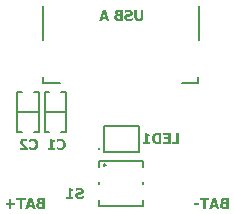
<source format=gbo>
G04*
G04 #@! TF.GenerationSoftware,Altium Limited,Altium Designer,19.1.8 (144)*
G04*
G04 Layer_Color=65535*
%FSLAX25Y25*%
%MOIN*%
G70*
G01*
G75*
%ADD11C,0.00787*%
%ADD12C,0.00591*%
%ADD45C,0.01000*%
%ADD46C,0.00600*%
G36*
X67335Y16319D02*
X65725D01*
Y16989D01*
X67335D01*
Y16319D01*
D02*
G37*
G36*
X77080Y15059D02*
X75635D01*
X75500Y15064D01*
X75380Y15069D01*
X75275Y15079D01*
X75185Y15094D01*
X75110Y15104D01*
X75085Y15109D01*
X75060Y15114D01*
X75040Y15119D01*
X75025D01*
X75020Y15124D01*
X75015D01*
X74925Y15154D01*
X74840Y15189D01*
X74765Y15229D01*
X74700Y15264D01*
X74645Y15299D01*
X74605Y15329D01*
X74580Y15349D01*
X74570Y15354D01*
X74510Y15404D01*
X74455Y15459D01*
X74405Y15519D01*
X74365Y15569D01*
X74335Y15619D01*
X74315Y15654D01*
X74300Y15679D01*
X74295Y15689D01*
X74260Y15769D01*
X74235Y15849D01*
X74215Y15929D01*
X74205Y16004D01*
X74195Y16069D01*
X74190Y16119D01*
Y16139D01*
Y16154D01*
Y16159D01*
Y16164D01*
X74200Y16294D01*
X74220Y16409D01*
X74255Y16509D01*
X74290Y16589D01*
X74330Y16659D01*
X74365Y16704D01*
X74385Y16734D01*
X74395Y16744D01*
X74475Y16819D01*
X74565Y16884D01*
X74650Y16934D01*
X74735Y16974D01*
X74815Y16999D01*
X74845Y17009D01*
X74875Y17019D01*
X74900Y17024D01*
X74915Y17029D01*
X74925Y17034D01*
X74930D01*
Y17054D01*
X74845Y17094D01*
X74775Y17144D01*
X74710Y17194D01*
X74660Y17244D01*
X74620Y17289D01*
X74590Y17324D01*
X74570Y17349D01*
X74565Y17359D01*
X74520Y17439D01*
X74485Y17519D01*
X74465Y17599D01*
X74445Y17669D01*
X74435Y17734D01*
X74430Y17784D01*
Y17804D01*
Y17819D01*
Y17824D01*
Y17829D01*
X74435Y17914D01*
X74445Y17989D01*
X74460Y18059D01*
X74480Y18119D01*
X74500Y18169D01*
X74515Y18204D01*
X74525Y18224D01*
X74530Y18234D01*
X74570Y18294D01*
X74615Y18354D01*
X74665Y18399D01*
X74710Y18439D01*
X74755Y18474D01*
X74790Y18494D01*
X74810Y18509D01*
X74820Y18514D01*
X74890Y18549D01*
X74955Y18574D01*
X75020Y18594D01*
X75080Y18614D01*
X75130Y18624D01*
X75170Y18634D01*
X75195Y18639D01*
X75205D01*
X75290Y18649D01*
X75385Y18659D01*
X75485Y18664D01*
X75580Y18669D01*
X75670Y18674D01*
X77080D01*
Y15059D01*
D02*
G37*
G36*
X74060D02*
X73155D01*
X72930Y15794D01*
X71790D01*
X71565Y15059D01*
X70630D01*
X71855Y18674D01*
X72840D01*
X74060Y15059D01*
D02*
G37*
G36*
X70645Y17984D02*
X69575D01*
Y15059D01*
X68665D01*
Y17984D01*
X67595D01*
Y18674D01*
X70645D01*
Y17984D01*
D02*
G37*
G36*
X4651Y16964D02*
X5892D01*
Y16339D01*
X4651D01*
Y15099D01*
X4011D01*
Y16339D01*
X2771D01*
Y16964D01*
X4011D01*
Y18204D01*
X4651D01*
Y16964D01*
D02*
G37*
G36*
X15846Y15059D02*
X14401D01*
X14266Y15064D01*
X14146Y15069D01*
X14041Y15079D01*
X13951Y15094D01*
X13877Y15104D01*
X13851Y15109D01*
X13826Y15114D01*
X13806Y15119D01*
X13792D01*
X13787Y15124D01*
X13781D01*
X13691Y15154D01*
X13607Y15189D01*
X13532Y15229D01*
X13466Y15264D01*
X13411Y15299D01*
X13372Y15329D01*
X13347Y15349D01*
X13337Y15354D01*
X13276Y15404D01*
X13221Y15459D01*
X13171Y15519D01*
X13131Y15569D01*
X13102Y15619D01*
X13081Y15654D01*
X13067Y15679D01*
X13061Y15689D01*
X13026Y15769D01*
X13002Y15849D01*
X12981Y15929D01*
X12971Y16004D01*
X12961Y16069D01*
X12957Y16119D01*
Y16139D01*
Y16154D01*
Y16159D01*
Y16164D01*
X12967Y16294D01*
X12987Y16409D01*
X13022Y16509D01*
X13057Y16589D01*
X13096Y16659D01*
X13131Y16704D01*
X13151Y16734D01*
X13161Y16744D01*
X13241Y16819D01*
X13331Y16884D01*
X13417Y16934D01*
X13501Y16974D01*
X13581Y16999D01*
X13611Y17009D01*
X13642Y17019D01*
X13667Y17024D01*
X13681Y17029D01*
X13691Y17034D01*
X13697D01*
Y17054D01*
X13611Y17094D01*
X13542Y17144D01*
X13476Y17194D01*
X13427Y17244D01*
X13386Y17289D01*
X13356Y17324D01*
X13337Y17349D01*
X13331Y17359D01*
X13286Y17439D01*
X13251Y17519D01*
X13231Y17599D01*
X13212Y17669D01*
X13202Y17734D01*
X13196Y17784D01*
Y17804D01*
Y17819D01*
Y17824D01*
Y17829D01*
X13202Y17914D01*
X13212Y17989D01*
X13227Y18059D01*
X13247Y18119D01*
X13266Y18169D01*
X13282Y18204D01*
X13292Y18224D01*
X13296Y18234D01*
X13337Y18294D01*
X13382Y18354D01*
X13431Y18399D01*
X13476Y18439D01*
X13521Y18474D01*
X13556Y18494D01*
X13577Y18509D01*
X13587Y18514D01*
X13656Y18549D01*
X13722Y18574D01*
X13787Y18594D01*
X13847Y18614D01*
X13896Y18624D01*
X13937Y18634D01*
X13961Y18639D01*
X13972D01*
X14056Y18649D01*
X14152Y18659D01*
X14252Y18664D01*
X14346Y18669D01*
X14436Y18674D01*
X15846D01*
Y15059D01*
D02*
G37*
G36*
X12826D02*
X11921D01*
X11697Y15794D01*
X10556D01*
X10332Y15059D01*
X9397D01*
X10622Y18674D01*
X11607D01*
X12826Y15059D01*
D02*
G37*
G36*
X9411Y17984D02*
X8342D01*
Y15059D01*
X7431D01*
Y17984D01*
X6362D01*
Y18674D01*
X9411D01*
Y17984D01*
D02*
G37*
G36*
X48739Y79061D02*
X48734Y78936D01*
X48724Y78821D01*
X48704Y78716D01*
X48679Y78611D01*
X48649Y78521D01*
X48614Y78436D01*
X48579Y78361D01*
X48544Y78291D01*
X48509Y78231D01*
X48474Y78176D01*
X48439Y78131D01*
X48409Y78096D01*
X48384Y78066D01*
X48364Y78046D01*
X48354Y78036D01*
X48349Y78031D01*
X48274Y77971D01*
X48189Y77916D01*
X48099Y77871D01*
X48009Y77831D01*
X47919Y77796D01*
X47824Y77766D01*
X47734Y77741D01*
X47644Y77726D01*
X47559Y77711D01*
X47484Y77701D01*
X47414Y77691D01*
X47354Y77686D01*
X47304Y77681D01*
X47234D01*
X47099Y77686D01*
X46969Y77696D01*
X46849Y77716D01*
X46739Y77736D01*
X46639Y77761D01*
X46549Y77791D01*
X46464Y77826D01*
X46389Y77861D01*
X46319Y77891D01*
X46264Y77926D01*
X46214Y77956D01*
X46174Y77981D01*
X46144Y78001D01*
X46124Y78021D01*
X46109Y78031D01*
X46104Y78036D01*
X46034Y78106D01*
X45979Y78186D01*
X45924Y78266D01*
X45879Y78346D01*
X45844Y78431D01*
X45814Y78521D01*
X45789Y78601D01*
X45769Y78686D01*
X45749Y78761D01*
X45739Y78831D01*
X45729Y78896D01*
X45724Y78951D01*
X45719Y78996D01*
Y79031D01*
Y79056D01*
Y79061D01*
Y81371D01*
X46629D01*
Y79116D01*
Y79046D01*
X46634Y78976D01*
X46644Y78916D01*
X46654Y78861D01*
X46674Y78761D01*
X46704Y78681D01*
X46729Y78621D01*
X46754Y78581D01*
X46774Y78556D01*
X46779Y78546D01*
X46839Y78486D01*
X46909Y78446D01*
X46989Y78416D01*
X47059Y78391D01*
X47129Y78381D01*
X47184Y78376D01*
X47204Y78371D01*
X47234D01*
X47344Y78381D01*
X47439Y78401D01*
X47514Y78426D01*
X47579Y78461D01*
X47629Y78496D01*
X47664Y78521D01*
X47684Y78541D01*
X47689Y78551D01*
X47734Y78631D01*
X47769Y78716D01*
X47794Y78811D01*
X47809Y78901D01*
X47819Y78986D01*
X47824Y79021D01*
X47829Y79056D01*
Y79081D01*
Y79101D01*
Y79111D01*
Y79116D01*
Y81371D01*
X48739D01*
Y79061D01*
D02*
G37*
G36*
X41869Y77756D02*
X40424D01*
X40289Y77761D01*
X40169Y77766D01*
X40064Y77776D01*
X39974Y77791D01*
X39899Y77801D01*
X39874Y77806D01*
X39849Y77811D01*
X39829Y77816D01*
X39814D01*
X39809Y77821D01*
X39804D01*
X39714Y77851D01*
X39629Y77886D01*
X39554Y77926D01*
X39489Y77961D01*
X39434Y77996D01*
X39394Y78026D01*
X39369Y78046D01*
X39359Y78051D01*
X39299Y78101D01*
X39244Y78156D01*
X39194Y78216D01*
X39154Y78266D01*
X39124Y78316D01*
X39104Y78351D01*
X39089Y78376D01*
X39084Y78386D01*
X39049Y78466D01*
X39024Y78546D01*
X39004Y78626D01*
X38994Y78701D01*
X38984Y78766D01*
X38979Y78816D01*
Y78836D01*
Y78851D01*
Y78856D01*
Y78861D01*
X38989Y78991D01*
X39009Y79106D01*
X39044Y79206D01*
X39079Y79286D01*
X39119Y79356D01*
X39154Y79401D01*
X39174Y79431D01*
X39184Y79441D01*
X39264Y79516D01*
X39354Y79581D01*
X39439Y79631D01*
X39524Y79671D01*
X39604Y79696D01*
X39634Y79706D01*
X39664Y79716D01*
X39689Y79721D01*
X39704Y79726D01*
X39714Y79731D01*
X39719D01*
Y79751D01*
X39634Y79791D01*
X39564Y79841D01*
X39499Y79891D01*
X39449Y79941D01*
X39409Y79986D01*
X39379Y80021D01*
X39359Y80046D01*
X39354Y80056D01*
X39309Y80136D01*
X39274Y80216D01*
X39254Y80296D01*
X39234Y80366D01*
X39224Y80431D01*
X39219Y80481D01*
Y80501D01*
Y80516D01*
Y80521D01*
Y80526D01*
X39224Y80611D01*
X39234Y80686D01*
X39249Y80756D01*
X39269Y80816D01*
X39289Y80866D01*
X39304Y80901D01*
X39314Y80921D01*
X39319Y80931D01*
X39359Y80991D01*
X39404Y81051D01*
X39454Y81096D01*
X39499Y81136D01*
X39544Y81171D01*
X39579Y81191D01*
X39599Y81206D01*
X39609Y81211D01*
X39679Y81246D01*
X39744Y81271D01*
X39809Y81291D01*
X39869Y81311D01*
X39919Y81321D01*
X39959Y81331D01*
X39984Y81336D01*
X39994D01*
X40079Y81346D01*
X40174Y81356D01*
X40274Y81361D01*
X40369Y81366D01*
X40459Y81371D01*
X41869D01*
Y77756D01*
D02*
G37*
G36*
X37394D02*
X36489D01*
X36264Y78491D01*
X35124D01*
X34899Y77756D01*
X33964D01*
X35189Y81371D01*
X36174D01*
X37394Y77756D01*
D02*
G37*
G36*
X43814Y81431D02*
X43924Y81421D01*
X44034Y81406D01*
X44134Y81386D01*
X44229Y81361D01*
X44319Y81336D01*
X44399Y81306D01*
X44474Y81281D01*
X44539Y81251D01*
X44599Y81221D01*
X44649Y81196D01*
X44694Y81171D01*
X44724Y81151D01*
X44749Y81136D01*
X44764Y81126D01*
X44769Y81121D01*
X44844Y81061D01*
X44909Y80996D01*
X44964Y80926D01*
X45014Y80861D01*
X45054Y80791D01*
X45089Y80721D01*
X45119Y80656D01*
X45139Y80591D01*
X45159Y80531D01*
X45169Y80476D01*
X45179Y80426D01*
X45189Y80381D01*
Y80346D01*
X45194Y80321D01*
Y80301D01*
Y80296D01*
X45184Y80161D01*
X45164Y80041D01*
X45139Y79936D01*
X45104Y79841D01*
X45069Y79771D01*
X45054Y79741D01*
X45044Y79716D01*
X45029Y79696D01*
X45024Y79681D01*
X45014Y79676D01*
Y79671D01*
X44979Y79626D01*
X44934Y79581D01*
X44844Y79501D01*
X44744Y79436D01*
X44644Y79376D01*
X44554Y79331D01*
X44514Y79316D01*
X44479Y79301D01*
X44449Y79286D01*
X44429Y79276D01*
X44414Y79271D01*
X44409D01*
X44274Y79231D01*
X44204Y79211D01*
X44144Y79196D01*
X44094Y79186D01*
X44054Y79176D01*
X44029Y79166D01*
X44019D01*
X43944Y79151D01*
X43869Y79131D01*
X43804Y79116D01*
X43744Y79106D01*
X43694Y79091D01*
X43654Y79086D01*
X43634Y79076D01*
X43624D01*
X43569Y79061D01*
X43519Y79041D01*
X43479Y79021D01*
X43439Y79001D01*
X43409Y78981D01*
X43389Y78966D01*
X43374Y78956D01*
X43369Y78951D01*
X43334Y78916D01*
X43304Y78881D01*
X43284Y78846D01*
X43274Y78811D01*
X43264Y78776D01*
X43259Y78756D01*
Y78736D01*
Y78731D01*
X43264Y78686D01*
X43269Y78646D01*
X43279Y78611D01*
X43294Y78586D01*
X43309Y78561D01*
X43319Y78546D01*
X43324Y78536D01*
X43329Y78531D01*
X43379Y78486D01*
X43434Y78451D01*
X43454Y78436D01*
X43474Y78431D01*
X43484Y78421D01*
X43489D01*
X43519Y78406D01*
X43554Y78396D01*
X43619Y78381D01*
X43649Y78371D01*
X43674D01*
X43689Y78366D01*
X43694D01*
X43739Y78361D01*
X43779Y78356D01*
X43814D01*
X43844Y78351D01*
X43899D01*
X44014Y78356D01*
X44129Y78371D01*
X44234Y78391D01*
X44329Y78411D01*
X44414Y78431D01*
X44449Y78441D01*
X44479Y78451D01*
X44499Y78461D01*
X44519Y78466D01*
X44529Y78471D01*
X44534D01*
X44654Y78521D01*
X44769Y78581D01*
X44869Y78641D01*
X44959Y78696D01*
X45029Y78751D01*
X45059Y78771D01*
X45084Y78791D01*
X45109Y78811D01*
X45124Y78821D01*
X45129Y78826D01*
X45134Y78831D01*
X45214D01*
Y77966D01*
X45009Y77886D01*
X44914Y77856D01*
X44824Y77826D01*
X44749Y77801D01*
X44714Y77791D01*
X44689Y77786D01*
X44664Y77781D01*
X44649Y77776D01*
X44639Y77771D01*
X44634D01*
X44514Y77746D01*
X44389Y77726D01*
X44264Y77711D01*
X44149Y77701D01*
X44099Y77696D01*
X44009D01*
X43974Y77691D01*
X43904D01*
X43774Y77696D01*
X43649Y77706D01*
X43529Y77721D01*
X43419Y77741D01*
X43319Y77766D01*
X43224Y77796D01*
X43139Y77821D01*
X43059Y77856D01*
X42994Y77886D01*
X42929Y77911D01*
X42879Y77941D01*
X42834Y77966D01*
X42804Y77986D01*
X42779Y78001D01*
X42764Y78011D01*
X42759Y78016D01*
X42684Y78081D01*
X42619Y78146D01*
X42564Y78221D01*
X42514Y78291D01*
X42474Y78361D01*
X42439Y78436D01*
X42409Y78506D01*
X42389Y78571D01*
X42369Y78636D01*
X42354Y78696D01*
X42349Y78746D01*
X42339Y78791D01*
Y78831D01*
X42334Y78856D01*
Y78876D01*
Y78881D01*
X42344Y79016D01*
X42364Y79136D01*
X42394Y79241D01*
X42424Y79326D01*
X42459Y79396D01*
X42489Y79446D01*
X42504Y79461D01*
X42509Y79476D01*
X42519Y79486D01*
X42594Y79566D01*
X42684Y79641D01*
X42779Y79706D01*
X42869Y79756D01*
X42949Y79801D01*
X42984Y79816D01*
X43019Y79831D01*
X43044Y79841D01*
X43064Y79851D01*
X43074Y79856D01*
X43079D01*
X43149Y79881D01*
X43219Y79901D01*
X43279Y79916D01*
X43334Y79931D01*
X43379Y79946D01*
X43414Y79956D01*
X43434Y79961D01*
X43444D01*
X43569Y79991D01*
X43629Y80006D01*
X43679Y80016D01*
X43729Y80026D01*
X43764Y80036D01*
X43784Y80041D01*
X43794D01*
X43889Y80066D01*
X43969Y80091D01*
X44039Y80116D01*
X44089Y80136D01*
X44129Y80156D01*
X44154Y80171D01*
X44169Y80181D01*
X44174Y80186D01*
X44204Y80221D01*
X44229Y80256D01*
X44244Y80291D01*
X44259Y80326D01*
X44264Y80361D01*
X44269Y80386D01*
Y80401D01*
Y80406D01*
X44264Y80441D01*
X44259Y80471D01*
X44239Y80526D01*
X44229Y80546D01*
X44219Y80561D01*
X44209Y80571D01*
Y80576D01*
X44159Y80626D01*
X44114Y80661D01*
X44094Y80676D01*
X44079Y80686D01*
X44069Y80691D01*
X44064D01*
X43989Y80721D01*
X43924Y80741D01*
X43899Y80751D01*
X43879D01*
X43869Y80756D01*
X43864D01*
X43789Y80766D01*
X43719Y80776D01*
X43649D01*
X43534Y80771D01*
X43429Y80756D01*
X43329Y80736D01*
X43239Y80716D01*
X43164Y80696D01*
X43129Y80686D01*
X43104Y80676D01*
X43084Y80666D01*
X43069Y80661D01*
X43059Y80656D01*
X43054D01*
X42949Y80611D01*
X42854Y80561D01*
X42769Y80511D01*
X42699Y80466D01*
X42644Y80426D01*
X42599Y80396D01*
X42574Y80376D01*
X42564Y80366D01*
X42479D01*
Y81191D01*
X42579Y81231D01*
X42674Y81266D01*
X42774Y81296D01*
X42864Y81321D01*
X42939Y81341D01*
X42974Y81346D01*
X42999Y81356D01*
X43024Y81361D01*
X43039D01*
X43049Y81366D01*
X43054D01*
X43174Y81391D01*
X43289Y81406D01*
X43399Y81421D01*
X43494Y81426D01*
X43574Y81431D01*
X43609Y81436D01*
X43694D01*
X43814Y81431D01*
D02*
G37*
G36*
X24545Y21979D02*
X24555Y21934D01*
X24565Y21889D01*
X24575Y21854D01*
X24590Y21824D01*
X24600Y21804D01*
X24605Y21789D01*
X24610Y21784D01*
X24665Y21719D01*
X24725Y21669D01*
X24750Y21654D01*
X24770Y21639D01*
X24785Y21634D01*
X24790Y21629D01*
X24830Y21614D01*
X24875Y21599D01*
X24960Y21574D01*
X24995Y21569D01*
X25025Y21564D01*
X25050Y21559D01*
X25055D01*
X25175Y21549D01*
X25230Y21544D01*
X25280D01*
X25325Y21539D01*
X25385D01*
Y20949D01*
X24625D01*
Y19039D01*
X25385D01*
Y18409D01*
X23000D01*
Y19039D01*
X23745D01*
Y22034D01*
X24540D01*
X24545Y21979D01*
D02*
G37*
G36*
X27430Y22084D02*
X27540Y22074D01*
X27650Y22059D01*
X27750Y22039D01*
X27845Y22014D01*
X27935Y21989D01*
X28015Y21959D01*
X28090Y21934D01*
X28155Y21904D01*
X28215Y21874D01*
X28265Y21849D01*
X28310Y21824D01*
X28340Y21804D01*
X28365Y21789D01*
X28380Y21779D01*
X28385Y21774D01*
X28460Y21714D01*
X28525Y21649D01*
X28580Y21579D01*
X28630Y21514D01*
X28670Y21444D01*
X28705Y21374D01*
X28735Y21309D01*
X28755Y21244D01*
X28775Y21184D01*
X28785Y21129D01*
X28795Y21079D01*
X28805Y21034D01*
Y20999D01*
X28810Y20974D01*
Y20954D01*
Y20949D01*
X28800Y20814D01*
X28780Y20694D01*
X28755Y20589D01*
X28720Y20494D01*
X28685Y20424D01*
X28670Y20394D01*
X28660Y20369D01*
X28645Y20349D01*
X28640Y20334D01*
X28630Y20329D01*
Y20324D01*
X28595Y20279D01*
X28550Y20234D01*
X28460Y20154D01*
X28360Y20089D01*
X28260Y20029D01*
X28170Y19984D01*
X28130Y19969D01*
X28095Y19954D01*
X28065Y19939D01*
X28045Y19929D01*
X28030Y19924D01*
X28025D01*
X27890Y19884D01*
X27820Y19864D01*
X27760Y19849D01*
X27710Y19839D01*
X27670Y19829D01*
X27645Y19819D01*
X27635D01*
X27560Y19804D01*
X27485Y19784D01*
X27420Y19769D01*
X27360Y19759D01*
X27310Y19744D01*
X27270Y19739D01*
X27250Y19729D01*
X27240D01*
X27185Y19714D01*
X27135Y19694D01*
X27095Y19674D01*
X27055Y19654D01*
X27025Y19634D01*
X27005Y19619D01*
X26990Y19609D01*
X26985Y19604D01*
X26950Y19569D01*
X26920Y19534D01*
X26900Y19499D01*
X26890Y19464D01*
X26880Y19429D01*
X26875Y19409D01*
Y19389D01*
Y19384D01*
X26880Y19339D01*
X26885Y19299D01*
X26895Y19264D01*
X26910Y19239D01*
X26925Y19214D01*
X26935Y19199D01*
X26940Y19189D01*
X26945Y19184D01*
X26995Y19139D01*
X27050Y19104D01*
X27070Y19089D01*
X27090Y19084D01*
X27100Y19074D01*
X27105D01*
X27135Y19059D01*
X27170Y19049D01*
X27235Y19034D01*
X27265Y19024D01*
X27290D01*
X27305Y19019D01*
X27310D01*
X27355Y19014D01*
X27395Y19009D01*
X27430D01*
X27460Y19004D01*
X27515D01*
X27630Y19009D01*
X27745Y19024D01*
X27850Y19044D01*
X27945Y19064D01*
X28030Y19084D01*
X28065Y19094D01*
X28095Y19104D01*
X28115Y19114D01*
X28135Y19119D01*
X28145Y19124D01*
X28150D01*
X28270Y19174D01*
X28385Y19234D01*
X28485Y19294D01*
X28575Y19349D01*
X28645Y19404D01*
X28675Y19424D01*
X28700Y19444D01*
X28725Y19464D01*
X28740Y19474D01*
X28745Y19479D01*
X28750Y19484D01*
X28830D01*
Y18619D01*
X28625Y18539D01*
X28530Y18509D01*
X28440Y18479D01*
X28365Y18454D01*
X28330Y18444D01*
X28305Y18439D01*
X28280Y18434D01*
X28265Y18429D01*
X28255Y18424D01*
X28250D01*
X28130Y18399D01*
X28005Y18379D01*
X27880Y18364D01*
X27765Y18354D01*
X27715Y18349D01*
X27625D01*
X27590Y18344D01*
X27520D01*
X27390Y18349D01*
X27265Y18359D01*
X27145Y18374D01*
X27035Y18394D01*
X26935Y18419D01*
X26840Y18449D01*
X26755Y18474D01*
X26675Y18509D01*
X26610Y18539D01*
X26545Y18564D01*
X26495Y18594D01*
X26450Y18619D01*
X26420Y18639D01*
X26395Y18654D01*
X26380Y18664D01*
X26375Y18669D01*
X26300Y18734D01*
X26235Y18799D01*
X26180Y18874D01*
X26130Y18944D01*
X26090Y19014D01*
X26055Y19089D01*
X26025Y19159D01*
X26005Y19224D01*
X25985Y19289D01*
X25970Y19349D01*
X25965Y19399D01*
X25955Y19444D01*
Y19484D01*
X25950Y19509D01*
Y19529D01*
Y19534D01*
X25960Y19669D01*
X25980Y19789D01*
X26010Y19894D01*
X26040Y19979D01*
X26075Y20049D01*
X26105Y20099D01*
X26120Y20114D01*
X26125Y20129D01*
X26135Y20139D01*
X26210Y20219D01*
X26300Y20294D01*
X26395Y20359D01*
X26485Y20409D01*
X26565Y20454D01*
X26600Y20469D01*
X26635Y20484D01*
X26660Y20494D01*
X26680Y20504D01*
X26690Y20509D01*
X26695D01*
X26765Y20534D01*
X26835Y20554D01*
X26895Y20569D01*
X26950Y20584D01*
X26995Y20599D01*
X27030Y20609D01*
X27050Y20614D01*
X27060D01*
X27185Y20644D01*
X27245Y20659D01*
X27295Y20669D01*
X27345Y20679D01*
X27380Y20689D01*
X27400Y20694D01*
X27410D01*
X27505Y20719D01*
X27585Y20744D01*
X27655Y20769D01*
X27705Y20789D01*
X27745Y20809D01*
X27770Y20824D01*
X27785Y20834D01*
X27790Y20839D01*
X27820Y20874D01*
X27845Y20909D01*
X27860Y20944D01*
X27875Y20979D01*
X27880Y21014D01*
X27885Y21039D01*
Y21054D01*
Y21059D01*
X27880Y21094D01*
X27875Y21124D01*
X27855Y21179D01*
X27845Y21199D01*
X27835Y21214D01*
X27825Y21224D01*
Y21229D01*
X27775Y21279D01*
X27730Y21314D01*
X27710Y21329D01*
X27695Y21339D01*
X27685Y21344D01*
X27680D01*
X27605Y21374D01*
X27540Y21394D01*
X27515Y21404D01*
X27495D01*
X27485Y21409D01*
X27480D01*
X27405Y21419D01*
X27335Y21429D01*
X27265D01*
X27150Y21424D01*
X27045Y21409D01*
X26945Y21389D01*
X26855Y21369D01*
X26780Y21349D01*
X26745Y21339D01*
X26720Y21329D01*
X26700Y21319D01*
X26685Y21314D01*
X26675Y21309D01*
X26670D01*
X26565Y21264D01*
X26470Y21214D01*
X26385Y21164D01*
X26315Y21119D01*
X26260Y21079D01*
X26215Y21049D01*
X26190Y21029D01*
X26180Y21019D01*
X26095D01*
Y21844D01*
X26195Y21884D01*
X26290Y21919D01*
X26390Y21949D01*
X26480Y21974D01*
X26555Y21994D01*
X26590Y21999D01*
X26615Y22009D01*
X26640Y22014D01*
X26655D01*
X26665Y22019D01*
X26670D01*
X26790Y22044D01*
X26905Y22059D01*
X27015Y22074D01*
X27110Y22079D01*
X27190Y22084D01*
X27225Y22089D01*
X27310D01*
X27430Y22084D01*
D02*
G37*
G36*
X60630Y36713D02*
X58220D01*
Y37403D01*
X59720D01*
Y40328D01*
X60630D01*
Y36713D01*
D02*
G37*
G36*
X57785D02*
X55340D01*
Y37403D01*
X56880D01*
Y38313D01*
X55460D01*
Y39003D01*
X56880D01*
Y39638D01*
X55340D01*
Y40328D01*
X57785D01*
Y36713D01*
D02*
G37*
G36*
X54725D02*
X53460D01*
X53330Y36723D01*
X53210Y36728D01*
X53105Y36738D01*
X53060Y36743D01*
X53020Y36748D01*
X52985Y36753D01*
X52950D01*
X52930Y36758D01*
X52910Y36763D01*
X52895D01*
X52770Y36788D01*
X52655Y36823D01*
X52555Y36858D01*
X52460Y36898D01*
X52385Y36938D01*
X52355Y36953D01*
X52330Y36968D01*
X52310Y36983D01*
X52295Y36988D01*
X52285Y36998D01*
X52280D01*
X52160Y37088D01*
X52050Y37183D01*
X51955Y37288D01*
X51875Y37383D01*
X51810Y37473D01*
X51785Y37508D01*
X51765Y37543D01*
X51745Y37568D01*
X51735Y37593D01*
X51725Y37603D01*
Y37608D01*
X51685Y37683D01*
X51650Y37763D01*
X51595Y37918D01*
X51555Y38068D01*
X51530Y38213D01*
X51520Y38273D01*
X51510Y38333D01*
X51505Y38383D01*
Y38428D01*
X51500Y38463D01*
Y38493D01*
Y38508D01*
Y38513D01*
X51510Y38703D01*
X51535Y38878D01*
X51550Y38958D01*
X51565Y39033D01*
X51585Y39103D01*
X51605Y39163D01*
X51625Y39223D01*
X51645Y39273D01*
X51660Y39318D01*
X51675Y39353D01*
X51690Y39383D01*
X51700Y39408D01*
X51705Y39418D01*
X51710Y39423D01*
X51795Y39563D01*
X51885Y39683D01*
X51975Y39793D01*
X52065Y39878D01*
X52145Y39948D01*
X52180Y39978D01*
X52210Y40003D01*
X52235Y40018D01*
X52255Y40033D01*
X52265Y40038D01*
X52270Y40043D01*
X52380Y40108D01*
X52490Y40158D01*
X52595Y40198D01*
X52690Y40228D01*
X52775Y40253D01*
X52810Y40263D01*
X52840Y40268D01*
X52860Y40273D01*
X52880Y40278D01*
X52895D01*
X53020Y40293D01*
X53145Y40308D01*
X53265Y40318D01*
X53375Y40323D01*
X53425D01*
X53465Y40328D01*
X54725D01*
Y36713D01*
D02*
G37*
G36*
X50020Y40283D02*
X50030Y40238D01*
X50040Y40193D01*
X50050Y40158D01*
X50065Y40128D01*
X50075Y40108D01*
X50080Y40093D01*
X50085Y40088D01*
X50140Y40023D01*
X50200Y39973D01*
X50225Y39958D01*
X50245Y39943D01*
X50260Y39938D01*
X50265Y39933D01*
X50305Y39918D01*
X50350Y39903D01*
X50435Y39878D01*
X50470Y39873D01*
X50500Y39868D01*
X50525Y39863D01*
X50530D01*
X50650Y39853D01*
X50705Y39848D01*
X50755D01*
X50800Y39843D01*
X50860D01*
Y39253D01*
X50100D01*
Y37343D01*
X50860D01*
Y36713D01*
X48475D01*
Y37343D01*
X49220D01*
Y40338D01*
X50015D01*
X50020Y40283D01*
D02*
G37*
G36*
X9091Y38429D02*
X9201Y38424D01*
X9306Y38409D01*
X9401Y38394D01*
X9481Y38379D01*
X9516Y38374D01*
X9546Y38369D01*
X9571Y38364D01*
X9586Y38359D01*
X9596Y38354D01*
X9601D01*
X9716Y38324D01*
X9811Y38299D01*
X9896Y38274D01*
X9961Y38249D01*
X10011Y38234D01*
X10046Y38219D01*
X10071Y38209D01*
X10076Y38204D01*
Y37419D01*
X10006D01*
X9971Y37444D01*
X9926Y37469D01*
X9896Y37489D01*
X9886Y37499D01*
X9881D01*
X9811Y37544D01*
X9741Y37579D01*
X9711Y37594D01*
X9686Y37604D01*
X9671Y37614D01*
X9666D01*
X9576Y37649D01*
X9531Y37669D01*
X9496Y37679D01*
X9461Y37689D01*
X9436Y37699D01*
X9421Y37704D01*
X9416D01*
X9321Y37724D01*
X9281Y37729D01*
X9241Y37734D01*
X9206Y37739D01*
X9156D01*
X9061Y37734D01*
X8976Y37719D01*
X8906Y37694D01*
X8846Y37674D01*
X8796Y37649D01*
X8761Y37624D01*
X8741Y37609D01*
X8736Y37604D01*
X8686Y37549D01*
X8646Y37484D01*
X8621Y37419D01*
X8601Y37359D01*
X8591Y37304D01*
X8581Y37254D01*
Y37224D01*
Y37219D01*
Y37214D01*
X8586Y37129D01*
X8601Y37049D01*
X8621Y36979D01*
X8641Y36914D01*
X8661Y36859D01*
X8681Y36814D01*
X8696Y36789D01*
X8701Y36779D01*
X8751Y36699D01*
X8811Y36614D01*
X8876Y36534D01*
X8936Y36454D01*
X8996Y36389D01*
X9041Y36334D01*
X9061Y36314D01*
X9076Y36304D01*
X9081Y36294D01*
X9086Y36289D01*
X9166Y36209D01*
X9246Y36129D01*
X9326Y36049D01*
X9401Y35979D01*
X9466Y35919D01*
X9516Y35874D01*
X9536Y35859D01*
X9551Y35844D01*
X9556Y35839D01*
X9561Y35834D01*
X9666Y35744D01*
X9771Y35654D01*
X9871Y35569D01*
X9966Y35494D01*
X10046Y35429D01*
X10081Y35399D01*
X10111Y35374D01*
X10131Y35354D01*
X10151Y35339D01*
X10161Y35334D01*
X10166Y35329D01*
Y34744D01*
X7506D01*
Y35424D01*
X9046D01*
X9006Y35454D01*
X8961Y35489D01*
X8861Y35569D01*
X8816Y35604D01*
X8781Y35634D01*
X8756Y35654D01*
X8746Y35659D01*
X8591Y35794D01*
X8521Y35859D01*
X8456Y35919D01*
X8401Y35969D01*
X8356Y36014D01*
X8331Y36039D01*
X8321Y36049D01*
X8201Y36179D01*
X8096Y36299D01*
X8011Y36409D01*
X7941Y36509D01*
X7886Y36589D01*
X7866Y36624D01*
X7851Y36649D01*
X7836Y36674D01*
X7826Y36689D01*
X7821Y36699D01*
Y36704D01*
X7771Y36819D01*
X7731Y36934D01*
X7706Y37039D01*
X7686Y37139D01*
X7676Y37219D01*
X7671Y37254D01*
X7666Y37284D01*
Y37309D01*
Y37324D01*
Y37334D01*
Y37339D01*
X7671Y37434D01*
X7681Y37524D01*
X7696Y37609D01*
X7716Y37684D01*
X7746Y37754D01*
X7771Y37824D01*
X7801Y37884D01*
X7831Y37939D01*
X7866Y37984D01*
X7896Y38029D01*
X7921Y38064D01*
X7946Y38094D01*
X7971Y38114D01*
X7986Y38129D01*
X7996Y38139D01*
X8001Y38144D01*
X8066Y38194D01*
X8136Y38239D01*
X8211Y38279D01*
X8291Y38314D01*
X8371Y38339D01*
X8456Y38364D01*
X8611Y38399D01*
X8686Y38409D01*
X8756Y38419D01*
X8816Y38424D01*
X8871Y38429D01*
X8916Y38434D01*
X8976D01*
X9091Y38429D01*
D02*
G37*
G36*
X12066D02*
X12206Y38414D01*
X12336Y38389D01*
X12461Y38354D01*
X12576Y38314D01*
X12681Y38269D01*
X12776Y38224D01*
X12866Y38179D01*
X12941Y38129D01*
X13011Y38084D01*
X13071Y38039D01*
X13116Y37999D01*
X13156Y37969D01*
X13186Y37939D01*
X13201Y37924D01*
X13206Y37919D01*
X13291Y37819D01*
X13361Y37714D01*
X13426Y37604D01*
X13481Y37489D01*
X13526Y37374D01*
X13566Y37264D01*
X13596Y37149D01*
X13621Y37044D01*
X13641Y36944D01*
X13656Y36849D01*
X13666Y36764D01*
X13671Y36694D01*
X13676Y36634D01*
X13681Y36589D01*
Y36559D01*
Y36554D01*
Y36549D01*
X13676Y36384D01*
X13661Y36234D01*
X13636Y36089D01*
X13606Y35954D01*
X13571Y35829D01*
X13531Y35719D01*
X13486Y35614D01*
X13441Y35519D01*
X13401Y35439D01*
X13356Y35364D01*
X13316Y35304D01*
X13281Y35254D01*
X13251Y35214D01*
X13226Y35189D01*
X13211Y35169D01*
X13206Y35164D01*
X13111Y35079D01*
X13016Y35004D01*
X12911Y34939D01*
X12806Y34879D01*
X12696Y34834D01*
X12591Y34794D01*
X12486Y34759D01*
X12381Y34734D01*
X12286Y34714D01*
X12201Y34699D01*
X12121Y34689D01*
X12051Y34684D01*
X11996Y34679D01*
X11951Y34674D01*
X11826D01*
X11741Y34679D01*
X11671Y34684D01*
X11616Y34689D01*
X11571Y34694D01*
X11536Y34699D01*
X11516Y34704D01*
X11511D01*
X11396Y34724D01*
X11346Y34739D01*
X11296Y34749D01*
X11251Y34759D01*
X11221Y34769D01*
X11196Y34774D01*
X11191D01*
X11091Y34809D01*
X11046Y34824D01*
X11006Y34839D01*
X10976Y34854D01*
X10946Y34864D01*
X10931Y34874D01*
X10926D01*
X10831Y34919D01*
X10791Y34934D01*
X10756Y34954D01*
X10731Y34964D01*
X10711Y34974D01*
X10696Y34984D01*
X10691D01*
Y35834D01*
X10776D01*
X10831Y35784D01*
X10881Y35739D01*
X10906Y35719D01*
X10921Y35709D01*
X10931Y35699D01*
X10936Y35694D01*
X11006Y35639D01*
X11076Y35589D01*
X11106Y35574D01*
X11131Y35559D01*
X11146Y35549D01*
X11151Y35544D01*
X11196Y35519D01*
X11241Y35489D01*
X11286Y35469D01*
X11331Y35449D01*
X11366Y35434D01*
X11396Y35419D01*
X11421Y35414D01*
X11426Y35409D01*
X11486Y35389D01*
X11546Y35379D01*
X11606Y35369D01*
X11656Y35359D01*
X11701D01*
X11736Y35354D01*
X11766D01*
X11831Y35359D01*
X11891Y35364D01*
X11951Y35374D01*
X12001Y35384D01*
X12046Y35394D01*
X12081Y35404D01*
X12101Y35414D01*
X12111D01*
X12171Y35439D01*
X12231Y35469D01*
X12286Y35504D01*
X12331Y35534D01*
X12371Y35564D01*
X12401Y35589D01*
X12421Y35604D01*
X12426Y35609D01*
X12476Y35664D01*
X12526Y35724D01*
X12566Y35789D01*
X12596Y35849D01*
X12626Y35899D01*
X12646Y35939D01*
X12656Y35969D01*
X12661Y35979D01*
X12691Y36069D01*
X12711Y36164D01*
X12726Y36259D01*
X12736Y36349D01*
X12741Y36424D01*
Y36459D01*
X12746Y36489D01*
Y36514D01*
Y36529D01*
Y36539D01*
Y36544D01*
X12741Y36659D01*
X12731Y36764D01*
X12721Y36859D01*
X12701Y36944D01*
X12686Y37009D01*
X12676Y37059D01*
X12671Y37074D01*
X12666Y37089D01*
X12661Y37094D01*
Y37099D01*
X12626Y37184D01*
X12591Y37259D01*
X12556Y37324D01*
X12521Y37379D01*
X12486Y37419D01*
X12461Y37449D01*
X12446Y37469D01*
X12441Y37474D01*
X12386Y37529D01*
X12331Y37574D01*
X12276Y37609D01*
X12231Y37639D01*
X12191Y37664D01*
X12156Y37679D01*
X12136Y37684D01*
X12131Y37689D01*
X12066Y37709D01*
X12006Y37729D01*
X11946Y37739D01*
X11891Y37744D01*
X11841Y37749D01*
X11806Y37754D01*
X11711D01*
X11651Y37744D01*
X11601Y37739D01*
X11551Y37729D01*
X11511Y37719D01*
X11481Y37709D01*
X11461Y37704D01*
X11456Y37699D01*
X11401Y37679D01*
X11346Y37654D01*
X11301Y37634D01*
X11256Y37614D01*
X11226Y37594D01*
X11196Y37584D01*
X11181Y37574D01*
X11176Y37569D01*
X11086Y37509D01*
X11051Y37484D01*
X11016Y37459D01*
X10991Y37439D01*
X10966Y37424D01*
X10956Y37414D01*
X10951Y37409D01*
X10881Y37354D01*
X10831Y37314D01*
X10811Y37294D01*
X10796Y37284D01*
X10791Y37279D01*
X10786Y37274D01*
X10691D01*
Y38129D01*
X10726Y38149D01*
X10766Y38169D01*
X10846Y38204D01*
X10881Y38219D01*
X10906Y38229D01*
X10926Y38234D01*
X10931Y38239D01*
X11031Y38284D01*
X11076Y38299D01*
X11116Y38314D01*
X11151Y38324D01*
X11176Y38334D01*
X11191Y38339D01*
X11196D01*
X11316Y38369D01*
X11371Y38379D01*
X11421Y38389D01*
X11466Y38399D01*
X11501Y38404D01*
X11521Y38409D01*
X11531D01*
X11661Y38424D01*
X11726Y38429D01*
X11786D01*
X11841Y38434D01*
X11916D01*
X12066Y38429D01*
D02*
G37*
G36*
X21220D02*
X21360Y38414D01*
X21490Y38389D01*
X21615Y38354D01*
X21730Y38314D01*
X21835Y38269D01*
X21930Y38224D01*
X22020Y38179D01*
X22095Y38129D01*
X22165Y38084D01*
X22225Y38039D01*
X22270Y37999D01*
X22310Y37969D01*
X22340Y37939D01*
X22355Y37924D01*
X22360Y37919D01*
X22445Y37819D01*
X22515Y37714D01*
X22580Y37604D01*
X22635Y37489D01*
X22680Y37374D01*
X22720Y37264D01*
X22750Y37149D01*
X22775Y37044D01*
X22795Y36944D01*
X22810Y36849D01*
X22820Y36764D01*
X22825Y36694D01*
X22830Y36634D01*
X22835Y36589D01*
Y36559D01*
Y36554D01*
Y36549D01*
X22830Y36384D01*
X22815Y36234D01*
X22790Y36089D01*
X22760Y35954D01*
X22725Y35829D01*
X22685Y35719D01*
X22640Y35614D01*
X22595Y35519D01*
X22555Y35439D01*
X22510Y35364D01*
X22470Y35304D01*
X22435Y35254D01*
X22405Y35214D01*
X22380Y35189D01*
X22365Y35169D01*
X22360Y35164D01*
X22265Y35079D01*
X22170Y35004D01*
X22065Y34939D01*
X21960Y34879D01*
X21850Y34834D01*
X21745Y34794D01*
X21640Y34759D01*
X21535Y34734D01*
X21440Y34714D01*
X21355Y34699D01*
X21275Y34689D01*
X21205Y34684D01*
X21150Y34679D01*
X21105Y34674D01*
X20980D01*
X20895Y34679D01*
X20825Y34684D01*
X20770Y34689D01*
X20725Y34694D01*
X20690Y34699D01*
X20670Y34704D01*
X20665D01*
X20550Y34724D01*
X20500Y34739D01*
X20450Y34749D01*
X20405Y34759D01*
X20375Y34769D01*
X20350Y34774D01*
X20345D01*
X20245Y34809D01*
X20200Y34824D01*
X20160Y34839D01*
X20130Y34854D01*
X20100Y34864D01*
X20085Y34874D01*
X20080D01*
X19985Y34919D01*
X19945Y34934D01*
X19910Y34954D01*
X19885Y34964D01*
X19865Y34974D01*
X19850Y34984D01*
X19845D01*
Y35834D01*
X19930D01*
X19985Y35784D01*
X20035Y35739D01*
X20060Y35719D01*
X20075Y35709D01*
X20085Y35699D01*
X20090Y35694D01*
X20160Y35639D01*
X20230Y35589D01*
X20260Y35574D01*
X20285Y35559D01*
X20300Y35549D01*
X20305Y35544D01*
X20350Y35519D01*
X20395Y35489D01*
X20440Y35469D01*
X20485Y35449D01*
X20520Y35434D01*
X20550Y35419D01*
X20575Y35414D01*
X20580Y35409D01*
X20640Y35389D01*
X20700Y35379D01*
X20760Y35369D01*
X20810Y35359D01*
X20855D01*
X20890Y35354D01*
X20920D01*
X20985Y35359D01*
X21045Y35364D01*
X21105Y35374D01*
X21155Y35384D01*
X21200Y35394D01*
X21235Y35404D01*
X21255Y35414D01*
X21265D01*
X21325Y35439D01*
X21385Y35469D01*
X21440Y35504D01*
X21485Y35534D01*
X21525Y35564D01*
X21555Y35589D01*
X21575Y35604D01*
X21580Y35609D01*
X21630Y35664D01*
X21680Y35724D01*
X21720Y35789D01*
X21750Y35849D01*
X21780Y35899D01*
X21800Y35939D01*
X21810Y35969D01*
X21815Y35979D01*
X21845Y36069D01*
X21865Y36164D01*
X21880Y36259D01*
X21890Y36349D01*
X21895Y36424D01*
Y36459D01*
X21900Y36489D01*
Y36514D01*
Y36529D01*
Y36539D01*
Y36544D01*
X21895Y36659D01*
X21885Y36764D01*
X21875Y36859D01*
X21855Y36944D01*
X21840Y37009D01*
X21830Y37059D01*
X21825Y37074D01*
X21820Y37089D01*
X21815Y37094D01*
Y37099D01*
X21780Y37184D01*
X21745Y37259D01*
X21710Y37324D01*
X21675Y37379D01*
X21640Y37419D01*
X21615Y37449D01*
X21600Y37469D01*
X21595Y37474D01*
X21540Y37529D01*
X21485Y37574D01*
X21430Y37609D01*
X21385Y37639D01*
X21345Y37664D01*
X21310Y37679D01*
X21290Y37684D01*
X21285Y37689D01*
X21220Y37709D01*
X21160Y37729D01*
X21100Y37739D01*
X21045Y37744D01*
X20995Y37749D01*
X20960Y37754D01*
X20865D01*
X20805Y37744D01*
X20755Y37739D01*
X20705Y37729D01*
X20665Y37719D01*
X20635Y37709D01*
X20615Y37704D01*
X20610Y37699D01*
X20555Y37679D01*
X20500Y37654D01*
X20455Y37634D01*
X20410Y37614D01*
X20380Y37594D01*
X20350Y37584D01*
X20335Y37574D01*
X20330Y37569D01*
X20240Y37509D01*
X20205Y37484D01*
X20170Y37459D01*
X20145Y37439D01*
X20120Y37424D01*
X20110Y37414D01*
X20105Y37409D01*
X20035Y37354D01*
X19985Y37314D01*
X19965Y37294D01*
X19950Y37284D01*
X19945Y37279D01*
X19940Y37274D01*
X19845D01*
Y38129D01*
X19880Y38149D01*
X19920Y38169D01*
X20000Y38204D01*
X20035Y38219D01*
X20060Y38229D01*
X20080Y38234D01*
X20085Y38239D01*
X20185Y38284D01*
X20230Y38299D01*
X20270Y38314D01*
X20305Y38324D01*
X20330Y38334D01*
X20345Y38339D01*
X20350D01*
X20470Y38369D01*
X20525Y38379D01*
X20575Y38389D01*
X20620Y38399D01*
X20655Y38404D01*
X20675Y38409D01*
X20685D01*
X20815Y38424D01*
X20880Y38429D01*
X20940D01*
X20995Y38434D01*
X21070D01*
X21220Y38429D01*
D02*
G37*
G36*
X18370Y38314D02*
X18380Y38269D01*
X18390Y38224D01*
X18400Y38189D01*
X18415Y38159D01*
X18425Y38139D01*
X18430Y38124D01*
X18435Y38119D01*
X18490Y38054D01*
X18550Y38004D01*
X18575Y37989D01*
X18595Y37974D01*
X18610Y37969D01*
X18615Y37964D01*
X18655Y37949D01*
X18700Y37934D01*
X18785Y37909D01*
X18820Y37904D01*
X18850Y37899D01*
X18875Y37894D01*
X18880D01*
X19000Y37884D01*
X19055Y37879D01*
X19105D01*
X19150Y37874D01*
X19210D01*
Y37284D01*
X18450D01*
Y35374D01*
X19210D01*
Y34744D01*
X16825D01*
Y35374D01*
X17570D01*
Y38369D01*
X18365D01*
X18370Y38314D01*
D02*
G37*
%LPC*%
G36*
X76175Y18014D02*
X75840D01*
X75800Y18009D01*
X75750D01*
X75665Y17999D01*
X75625Y17994D01*
X75595Y17984D01*
X75570Y17979D01*
X75550Y17969D01*
X75540Y17964D01*
X75535D01*
X75500Y17949D01*
X75475Y17924D01*
X75430Y17884D01*
X75415Y17859D01*
X75405Y17844D01*
X75395Y17834D01*
Y17829D01*
X75370Y17764D01*
X75355Y17704D01*
X75350Y17684D01*
Y17664D01*
Y17654D01*
Y17649D01*
X75355Y17564D01*
X75365Y17529D01*
X75370Y17499D01*
X75380Y17474D01*
X75390Y17454D01*
X75395Y17444D01*
Y17439D01*
X75415Y17409D01*
X75435Y17379D01*
X75485Y17334D01*
X75510Y17319D01*
X75525Y17309D01*
X75540Y17299D01*
X75545D01*
X75615Y17269D01*
X75680Y17254D01*
X75705Y17249D01*
X75725Y17244D01*
X76175D01*
Y18014D01*
D02*
G37*
G36*
Y16624D02*
X75725D01*
X75685Y16619D01*
X75625D01*
X75575Y16614D01*
X75530D01*
X75490Y16604D01*
X75460Y16599D01*
X75435Y16594D01*
X75415Y16589D01*
X75405Y16584D01*
X75400D01*
X75350Y16564D01*
X75310Y16539D01*
X75275Y16514D01*
X75245Y16494D01*
X75225Y16474D01*
X75210Y16454D01*
X75200Y16444D01*
X75195Y16439D01*
X75170Y16399D01*
X75155Y16359D01*
X75135Y16274D01*
X75130Y16234D01*
X75125Y16204D01*
Y16184D01*
Y16179D01*
Y16134D01*
X75135Y16089D01*
X75145Y16049D01*
X75155Y16014D01*
X75165Y15984D01*
X75175Y15964D01*
X75180Y15949D01*
X75185Y15944D01*
X75210Y15909D01*
X75235Y15874D01*
X75265Y15849D01*
X75295Y15829D01*
X75320Y15809D01*
X75345Y15799D01*
X75360Y15794D01*
X75365Y15789D01*
X75415Y15769D01*
X75465Y15749D01*
X75515Y15739D01*
X75555Y15729D01*
X75590Y15724D01*
X75615Y15719D01*
X76175D01*
Y16624D01*
D02*
G37*
G36*
X72360Y17644D02*
X71990Y16454D01*
X72730D01*
X72360Y17644D01*
D02*
G37*
G36*
X14942Y18014D02*
X14606D01*
X14567Y18009D01*
X14516D01*
X14432Y17999D01*
X14391Y17994D01*
X14362Y17984D01*
X14336Y17979D01*
X14317Y17969D01*
X14307Y17964D01*
X14301D01*
X14266Y17949D01*
X14242Y17924D01*
X14197Y17884D01*
X14182Y17859D01*
X14172Y17844D01*
X14162Y17834D01*
Y17829D01*
X14137Y17764D01*
X14121Y17704D01*
X14117Y17684D01*
Y17664D01*
Y17654D01*
Y17649D01*
X14121Y17564D01*
X14131Y17529D01*
X14137Y17499D01*
X14146Y17474D01*
X14156Y17454D01*
X14162Y17444D01*
Y17439D01*
X14182Y17409D01*
X14201Y17379D01*
X14252Y17334D01*
X14277Y17319D01*
X14291Y17309D01*
X14307Y17299D01*
X14311D01*
X14381Y17269D01*
X14446Y17254D01*
X14471Y17249D01*
X14491Y17244D01*
X14942D01*
Y18014D01*
D02*
G37*
G36*
Y16624D02*
X14491D01*
X14451Y16619D01*
X14391D01*
X14342Y16614D01*
X14297D01*
X14256Y16604D01*
X14227Y16599D01*
X14201Y16594D01*
X14182Y16589D01*
X14172Y16584D01*
X14166D01*
X14117Y16564D01*
X14076Y16539D01*
X14041Y16514D01*
X14011Y16494D01*
X13992Y16474D01*
X13976Y16454D01*
X13966Y16444D01*
X13961Y16439D01*
X13937Y16399D01*
X13922Y16359D01*
X13902Y16274D01*
X13896Y16234D01*
X13892Y16204D01*
Y16184D01*
Y16179D01*
Y16134D01*
X13902Y16089D01*
X13912Y16049D01*
X13922Y16014D01*
X13931Y15984D01*
X13941Y15964D01*
X13947Y15949D01*
X13951Y15944D01*
X13976Y15909D01*
X14002Y15874D01*
X14031Y15849D01*
X14062Y15829D01*
X14086Y15809D01*
X14111Y15799D01*
X14127Y15794D01*
X14131Y15789D01*
X14182Y15769D01*
X14232Y15749D01*
X14281Y15739D01*
X14322Y15729D01*
X14356Y15724D01*
X14381Y15719D01*
X14942D01*
Y16624D01*
D02*
G37*
G36*
X11127Y17644D02*
X10757Y16454D01*
X11496D01*
X11127Y17644D01*
D02*
G37*
G36*
X40964Y80711D02*
X40629D01*
X40589Y80706D01*
X40539D01*
X40454Y80696D01*
X40414Y80691D01*
X40384Y80681D01*
X40359Y80676D01*
X40339Y80666D01*
X40329Y80661D01*
X40324D01*
X40289Y80646D01*
X40264Y80621D01*
X40219Y80581D01*
X40204Y80556D01*
X40194Y80541D01*
X40184Y80531D01*
Y80526D01*
X40159Y80461D01*
X40144Y80401D01*
X40139Y80381D01*
Y80361D01*
Y80351D01*
Y80346D01*
X40144Y80261D01*
X40154Y80226D01*
X40159Y80196D01*
X40169Y80171D01*
X40179Y80151D01*
X40184Y80141D01*
Y80136D01*
X40204Y80106D01*
X40224Y80076D01*
X40274Y80031D01*
X40299Y80016D01*
X40314Y80006D01*
X40329Y79996D01*
X40334D01*
X40404Y79966D01*
X40469Y79951D01*
X40494Y79946D01*
X40514Y79941D01*
X40964D01*
Y80711D01*
D02*
G37*
G36*
Y79321D02*
X40514D01*
X40474Y79316D01*
X40414D01*
X40364Y79311D01*
X40319D01*
X40279Y79301D01*
X40249Y79296D01*
X40224Y79291D01*
X40204Y79286D01*
X40194Y79281D01*
X40189D01*
X40139Y79261D01*
X40099Y79236D01*
X40064Y79211D01*
X40034Y79191D01*
X40014Y79171D01*
X39999Y79151D01*
X39989Y79141D01*
X39984Y79136D01*
X39959Y79096D01*
X39944Y79056D01*
X39924Y78971D01*
X39919Y78931D01*
X39914Y78901D01*
Y78881D01*
Y78876D01*
Y78831D01*
X39924Y78786D01*
X39934Y78746D01*
X39944Y78711D01*
X39954Y78681D01*
X39964Y78661D01*
X39969Y78646D01*
X39974Y78641D01*
X39999Y78606D01*
X40024Y78571D01*
X40054Y78546D01*
X40084Y78526D01*
X40109Y78506D01*
X40134Y78496D01*
X40149Y78491D01*
X40154Y78486D01*
X40204Y78466D01*
X40254Y78446D01*
X40304Y78436D01*
X40344Y78426D01*
X40379Y78421D01*
X40404Y78416D01*
X40964D01*
Y79321D01*
D02*
G37*
G36*
X35694Y80341D02*
X35324Y79151D01*
X36064D01*
X35694Y80341D01*
D02*
G37*
G36*
X53815Y39653D02*
X53605D01*
X53525Y39648D01*
X53400D01*
X53355Y39643D01*
X53320D01*
X53245Y39633D01*
X53175Y39623D01*
X53110Y39603D01*
X53050Y39583D01*
X53005Y39563D01*
X52965Y39543D01*
X52945Y39533D01*
X52935Y39528D01*
X52845Y39473D01*
X52770Y39408D01*
X52705Y39343D01*
X52650Y39278D01*
X52610Y39223D01*
X52585Y39173D01*
X52565Y39143D01*
X52560Y39138D01*
Y39133D01*
X52520Y39033D01*
X52490Y38928D01*
X52465Y38828D01*
X52450Y38733D01*
X52440Y38648D01*
Y38613D01*
X52435Y38583D01*
Y38558D01*
Y38538D01*
Y38528D01*
Y38523D01*
X52440Y38393D01*
X52455Y38278D01*
X52475Y38178D01*
X52495Y38088D01*
X52515Y38018D01*
X52525Y37988D01*
X52535Y37963D01*
X52545Y37943D01*
X52550Y37928D01*
X52555Y37923D01*
Y37918D01*
X52600Y37833D01*
X52655Y37753D01*
X52710Y37688D01*
X52765Y37633D01*
X52815Y37588D01*
X52855Y37558D01*
X52880Y37538D01*
X52885Y37533D01*
X52890D01*
X52960Y37493D01*
X53030Y37463D01*
X53100Y37438D01*
X53160Y37423D01*
X53215Y37413D01*
X53255Y37408D01*
X53280Y37403D01*
X53290D01*
X53370Y37398D01*
X53540D01*
X53620Y37393D01*
X53815D01*
Y39653D01*
D02*
G37*
%LPD*%
D11*
X35433Y34055D02*
Y42717D01*
Y34055D02*
X47244D01*
Y42717D01*
X35433D02*
X47244D01*
X61417Y56964D02*
X66929D01*
X15354D02*
X20866D01*
X15354D02*
Y59129D01*
X66929Y56964D02*
Y58932D01*
X15354Y71334D02*
Y82751D01*
X67126Y71334D02*
Y82751D01*
D12*
X15748Y47244D02*
X22835D01*
X21260Y53937D02*
X22835D01*
Y40551D02*
Y53937D01*
X21260Y40551D02*
X22835D01*
X15748D02*
X17323D01*
X15748D02*
Y53937D01*
X17323D01*
X6693Y47244D02*
X13779D01*
X12205Y53937D02*
X13779D01*
Y40551D02*
Y53937D01*
X12205Y40551D02*
X13779D01*
X6693D02*
X8268D01*
X6693D02*
Y53937D01*
X8268D01*
D45*
X33997Y34941D02*
D03*
D46*
X36227Y29724D02*
X35627Y30071D01*
Y29378D01*
X36227Y29724D01*
X48739Y16122D02*
Y18099D01*
X33939Y31122D02*
X48739D01*
Y29145D02*
Y31122D01*
X33939Y16122D02*
X48739D01*
X33939D02*
Y18099D01*
Y23319D02*
Y23925D01*
Y29145D02*
Y31122D01*
X48739Y23319D02*
Y23925D01*
M02*

</source>
